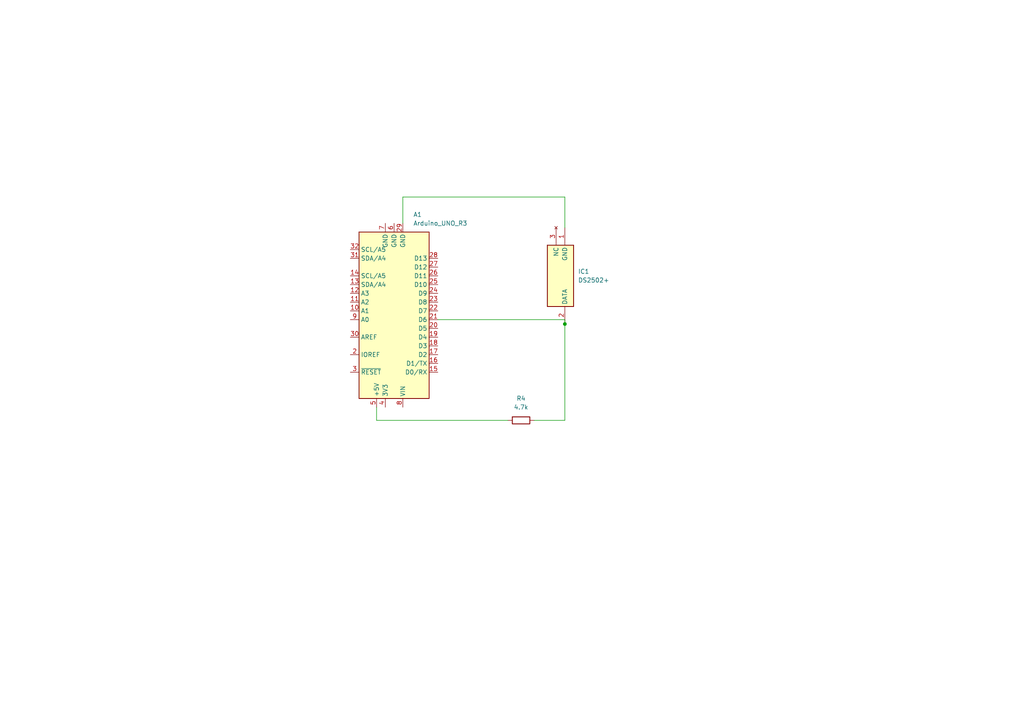
<source format=kicad_sch>
(kicad_sch (version 20231120) (generator "eeschema") (generator_version "8.0")
  (paper "A4")
  (lib_symbols
    (symbol "DS2502:DS2502+"
      (property "Reference" "IC" (at 24.13 7.62 0))
      (property "Value" "DS2502+" (at 24.13 5.08 0))
      (symbol "DS2502+_1_1"
        (rectangle (start 5.08 2.54) (end 22.86 -5.08) (stroke (width 0.254)) (fill (type background)))
        (pin power_in line (at 0 0 0) (length 5.08) (name "GND") (number "1"))
        (pin input line (at 27.94 0 180) (length 5.08) (name "DATA") (number "2"))
        (pin no_connect line (at 0 -2.54 0) (length 5.08) (name "NC") (number "3"))
      )
    )
    (symbol "Device:R" (pin_numbers hide) (pin_names (offset 0))
      (property "Reference" "R" (at 2.032 0 90))
      (property "Value" "R" (at 0 0 90))
      (symbol "R_0_1"
        (rectangle (start -1.016 -2.54) (end 1.016 2.54) (stroke (width 0.254)))
      )
      (symbol "R_1_1"
        (pin passive line (at 0 3.81 270) (length 1.27) (name "~") (number "1"))
        (pin passive line (at 0 -3.81 90) (length 1.27) (name "~") (number "2"))
      )
    )
    (symbol "MCU_Module:Arduino_UNO_R3"
      (property "Reference" "A" (at -10.16 23.495 0))
      (property "Value" "Arduino_UNO_R3" (at 5.08 -26.67 0))
      (symbol "Arduino_UNO_R3_0_1"
        (rectangle (start -10.16 22.86) (end 10.16 -25.4) (stroke (width 0.254)) (fill (type background)))
      )
      (symbol "Arduino_UNO_R3_1_1"
        (pin no_connect line (at -10.16 -20.32 0) (length 2.54) hide (name "NC") (number "1"))
        (pin bidirectional line (at 12.7 -2.54 180) (length 2.54) (name "A1") (number "10"))
        (pin bidirectional line (at 12.7 -5.08 180) (length 2.54) (name "A2") (number "11"))
        (pin bidirectional line (at 12.7 -7.62 180) (length 2.54) (name "A3") (number "12"))
        (pin bidirectional line (at 12.7 -10.16 180) (length 2.54) (name "SDA/A4") (number "13"))
        (pin bidirectional line (at 12.7 -12.7 180) (length 2.54) (name "SCL/A5") (number "14"))
        (pin bidirectional line (at -12.7 15.24 0) (length 2.54) (name "D0/RX") (number "15"))
        (pin bidirectional line (at -12.7 12.7 0) (length 2.54) (name "D1/TX") (number "16"))
        (pin bidirectional line (at -12.7 10.16 0) (length 2.54) (name "D2") (number "17"))
        (pin bidirectional line (at -12.7 7.62 0) (length 2.54) (name "D3") (number "18"))
        (pin bidirectional line (at -12.7 5.08 0) (length 2.54) (name "D4") (number "19"))
        (pin output line (at 12.7 10.16 180) (length 2.54) (name "IOREF") (number "2"))
        (pin bidirectional line (at -12.7 2.54 0) (length 2.54) (name "D5") (number "20"))
        (pin bidirectional line (at -12.7 0 0) (length 2.54) (name "D6") (number "21"))
        (pin bidirectional line (at -12.7 -2.54 0) (length 2.54) (name "D7") (number "22"))
        (pin bidirectional line (at -12.7 -5.08 0) (length 2.54) (name "D8") (number "23"))
        (pin bidirectional line (at -12.7 -7.62 0) (length 2.54) (name "D9") (number "24"))
        (pin bidirectional line (at -12.7 -10.16 0) (length 2.54) (name "D10") (number "25"))
        (pin bidirectional line (at -12.7 -12.7 0) (length 2.54) (name "D11") (number "26"))
        (pin bidirectional line (at -12.7 -15.24 0) (length 2.54) (name "D12") (number "27"))
        (pin bidirectional line (at -12.7 -17.78 0) (length 2.54) (name "D13") (number "28"))
        (pin power_in line (at -2.54 -27.94 90) (length 2.54) (name "GND") (number "29"))
        (pin input line (at 12.7 15.24 180) (length 2.54) (name "~{RESET}") (number "3"))
        (pin input line (at 12.7 5.08 180) (length 2.54) (name "AREF") (number "30"))
        (pin bidirectional line (at 12.7 -17.78 180) (length 2.54) (name "SDA/A4") (number "31"))
        (pin bidirectional line (at 12.7 -20.32 180) (length 2.54) (name "SCL/A5") (number "32"))
        (pin power_out line (at 2.54 25.4 270) (length 2.54) (name "3V3") (number "4"))
        (pin power_out line (at 5.08 25.4 270) (length 2.54) (name "+5V") (number "5"))
        (pin power_in line (at 0 -27.94 90) (length 2.54) (name "GND") (number "6"))
        (pin power_in line (at 2.54 -27.94 90) (length 2.54) (name "GND") (number "7"))
        (pin power_in line (at -2.54 25.4 270) (length 2.54) (name "VIN") (number "8"))
        (pin bidirectional line (at 12.7 0 180) (length 2.54) (name "A0") (number "9"))
      )
    )
  )
  (junction (at 163.83 93.98))
  (wire (pts (xy 163.83 66.04) (xy 163.83 57.15)))
  (wire (pts (xy 127 92.71) (xy 163.83 92.71)))
  (wire (pts (xy 163.83 92.71) (xy 163.83 93.98)))
  (wire (pts (xy 109.22 121.92) (xy 147.32 121.92)))
  (wire (pts (xy 154.94 121.92) (xy 163.83 121.92)))
  (wire (pts (xy 163.83 121.92) (xy 163.83 93.98)))
  (wire (pts (xy 163.83 57.15) (xy 116.84 57.15)))
  (wire (pts (xy 116.84 57.15) (xy 116.84 64.77)))
  (wire (pts (xy 109.22 118.11) (xy 109.22 121.92)))
  (symbol (lib_id "DS2502:DS2502+") (at 163.83 66.04 270) (unit 1) (on_board no)
    (property "Reference" "IC1" (at 167.64 78.7399 90) (effects (justify left)))
    (property "Value" "DS2502+" (at 167.64 81.2799 90) (effects (justify left)))
    (property "Footprint" "DS28EC20" (effects (hide yes)))
    (property "Datasheet" "https://www.mouser.co.uk/datasheet/2/256/DS2502-1488252.pdf" (effects (hide yes)))
    (property "Description" "Add only memory with EPROM,DS2502 1kb" (effects (hide yes)))
    (property "Height" "4.95" (effects (hide yes)))
    (property "Mouser Part Number" "700-DS2502" (effects (hide yes)))
    (property "Mouser Price/Stock" "https://www.mouser.co.uk/ProductDetail/Analog-Devices-Maxim-Integrated/DS2502%2b?qs=0Y9aZN%252BMVCUmie%252BaJ8sgEQ%3D%3D" (effects (hide yes)))
    (property "Manufacturer_Name" "Analog Devices" (effects (hide yes)))
    (property "Manufacturer_Part_Number" "DS2502+" (effects (hide yes)))
  )
  (symbol (lib_id "MCU_Module:Arduino_UNO_R3") (at 114.3 92.71 180) (unit 1) (on_board no)
    (property "Reference" "A1" (at 119.8565 62.23 0) (effects (justify right)))
    (property "Value" "Arduino_UNO_R3" (at 119.8565 64.77 0) (effects (justify right)))
    (property "Footprint" "Module:Arduino_UNO_R3" (effects (hide yes)))
    (property "Datasheet" "https://www.arduino.cc/en/Main/arduinoBoardUno" (effects (hide yes)))
    (property "Description" "Arduino UNO Microcontroller Module, release 3" (effects (hide yes)))
  )
  (symbol (lib_id "Device:R") (at 151.13 121.92 90) (unit 1) (on_board no)
    (property "Reference" "R4" (at 151.13 115.57 90))
    (property "Value" "4.7k" (at 151.13 118.11 90))
    (property "Description" "Resistor" (effects (hide yes)))
  )
)
</source>
